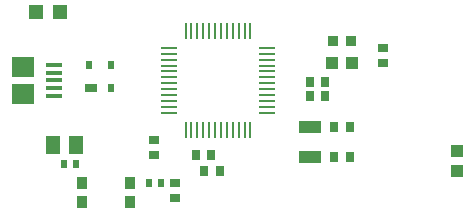
<source format=gbr>
G04 EAGLE Gerber RS-274X export*
G75*
%MOMM*%
%FSLAX34Y34*%
%LPD*%
%INSolderpaste Top*%
%IPPOS*%
%AMOC8*
5,1,8,0,0,1.08239X$1,22.5*%
G01*
%ADD10R,0.700000X0.900000*%
%ADD11R,1.100000X1.000000*%
%ADD12R,1.000000X1.100000*%
%ADD13R,1.300000X1.500000*%
%ADD14R,0.900000X0.700000*%
%ADD15R,0.902050X0.602209*%
%ADD16R,0.499291X0.601319*%
%ADD17R,0.498628X0.598628*%
%ADD18R,0.502150X0.598750*%
%ADD19R,1.000000X0.700000*%
%ADD20R,0.600000X0.700000*%
%ADD21R,1.350000X0.400000*%
%ADD22R,1.900000X1.800000*%
%ADD23R,0.965200X0.939800*%
%ADD24R,1.200000X1.200000*%
%ADD25R,0.900000X1.000000*%
%ADD26R,1.346200X0.279400*%
%ADD27R,0.279400X1.346200*%
%ADD28R,1.900000X1.100000*%


D10*
X291500Y50000D03*
X278500Y50000D03*
X174500Y52000D03*
X161500Y52000D03*
X257500Y113500D03*
X270500Y113500D03*
D11*
X276500Y130000D03*
X293500Y130000D03*
D10*
X291500Y75500D03*
X278500Y75500D03*
X257500Y102000D03*
X270500Y102000D03*
D12*
X382500Y38000D03*
X382500Y55000D03*
D13*
X59500Y60000D03*
X40500Y60000D03*
D14*
X144000Y28000D03*
X144000Y15000D03*
X320000Y129800D03*
X320000Y142800D03*
X126000Y64500D03*
X126000Y51500D03*
D10*
X181500Y38000D03*
X168500Y38000D03*
D15*
X72490Y108239D03*
D16*
X89504Y108243D03*
D17*
X89507Y128257D03*
D18*
X70489Y128256D03*
D19*
X72500Y108250D03*
D20*
X89500Y108250D03*
X89500Y128250D03*
X70500Y128250D03*
D21*
X41250Y128000D03*
X41250Y121500D03*
X41250Y115000D03*
X41250Y108500D03*
X41250Y102000D03*
D22*
X14500Y126500D03*
X14500Y103500D03*
D23*
X292493Y148000D03*
X277507Y148000D03*
D24*
X25500Y173000D03*
X46500Y173000D03*
D20*
X50000Y44000D03*
X60000Y44000D03*
X132000Y28000D03*
X122000Y28000D03*
D25*
X64500Y28000D03*
X105500Y28000D03*
X64500Y12000D03*
X105500Y12000D03*
D26*
X221783Y87500D03*
X221783Y92500D03*
X221783Y97500D03*
X221783Y102500D03*
X221783Y107500D03*
X221783Y112500D03*
X221783Y117500D03*
X221783Y122500D03*
X221783Y127500D03*
X221783Y132500D03*
X221783Y137500D03*
X221783Y142500D03*
D27*
X207500Y156783D03*
X202500Y156783D03*
X197500Y156783D03*
X192500Y156783D03*
X187500Y156783D03*
X182500Y156783D03*
X177500Y156783D03*
X172500Y156783D03*
X167500Y156783D03*
X162500Y156783D03*
X157500Y156783D03*
X152500Y156783D03*
D26*
X138217Y142500D03*
X138217Y137500D03*
X138217Y132500D03*
X138217Y127500D03*
X138217Y122500D03*
X138217Y117500D03*
X138217Y112500D03*
X138217Y107500D03*
X138217Y102500D03*
X138217Y97500D03*
X138217Y92500D03*
X138217Y87500D03*
D27*
X152500Y73217D03*
X157500Y73217D03*
X162500Y73217D03*
X167500Y73217D03*
X172500Y73217D03*
X177500Y73217D03*
X182500Y73217D03*
X187500Y73217D03*
X192500Y73217D03*
X197500Y73217D03*
X202500Y73217D03*
X207500Y73217D03*
D28*
X257500Y75500D03*
X257500Y50500D03*
M02*

</source>
